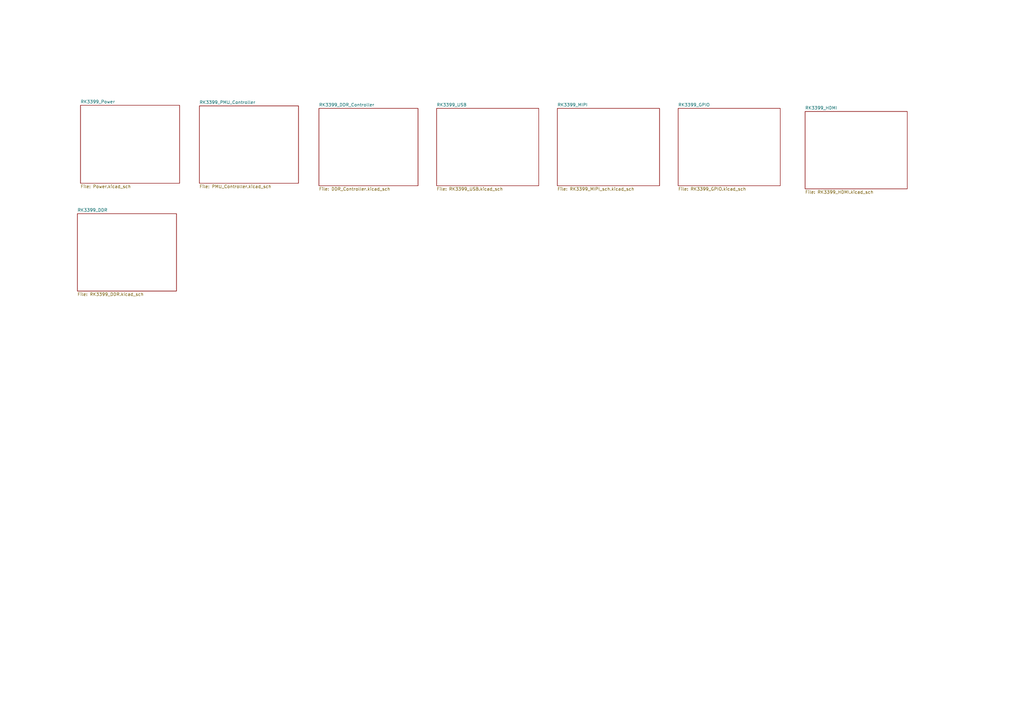
<source format=kicad_sch>
(kicad_sch (version 20220904) (generator eeschema)
  (paper "A3")
  (title_block (title "RK 3399") (comment 2 "А.Пикалов"))
  (lib_symbols)
  (sheet (at 330.2 45.72) (size 41.91 31.75) (stroke (width 0.1524))
    (property "Sheetname" "RK3399_HDMI" (at 330.2 45.0084 0) (effects (justify left bottom)))
    (property "Sheetfile" "RK3399_HDMI.kicad_sch" (at 330.2 78.0546 0) (effects (justify left top)))
  )
  (sheet (at 33.02 43.18) (size 40.64 32.004) (stroke (width 0.1524))
    (property "Sheetname" "RK3399_Power" (at 33.02 42.4684 0) (effects (justify left bottom)))
    (property "Sheetfile" "Power.kicad_sch" (at 33.02 75.7686 0) (effects (justify left top)))
  )
  (sheet (at 31.75 87.63) (size 40.64 31.75) (stroke (width 0.1524))
    (property "Sheetname" "RK3399_DDR" (at 31.75 86.9184 0) (effects (justify left bottom)))
    (property "Sheetfile" "RK3399_DDR.kicad_sch" (at 31.75 119.9646 0) (effects (justify left top)))
  )
  (sheet (at 278.13 44.45) (size 41.91 31.75) (stroke (width 0.1524))
    (property "Sheetname" "RK3399_GPIO" (at 278.13 43.7384 0) (effects (justify left bottom)))
    (property "Sheetfile" "RK3399_GPIO.kicad_sch" (at 278.13 76.7846 0) (effects (justify left top)))
  )
  (sheet (at 228.6 44.45) (size 41.91 31.75) (stroke (width 0.1524))
    (property "Sheetname" "RK3399_MIPI" (at 228.6 43.7384 0) (effects (justify left bottom)))
    (property "Sheetfile" "RK3399_MIPI_sch.kicad_sch" (at 228.6 76.7846 0) (effects (justify left top)))
  )
  (sheet (at 179.07 44.45) (size 41.91 31.75) (stroke (width 0.1524))
    (property "Sheetname" "RK3399_USB" (at 179.07 43.7384 0) (effects (justify left bottom)))
    (property "Sheetfile" "RK3399_USB.kicad_sch" (at 179.07 76.7846 0) (effects (justify left top)))
  )
  (sheet (at 130.81 44.45) (size 40.64 31.75) (stroke (width 0.1524))
    (property "Sheetname" "RK3399_DDR_Controller" (at 130.81 43.7384 0) (effects (justify left bottom)))
    (property "Sheetfile" "DDR_Controller.kicad_sch" (at 130.81 76.7846 0) (effects (justify left top)))
  )
  (sheet (at 81.788 43.434) (size 40.64 31.75) (stroke (width 0.1524))
    (property "Sheetname" "RK3399_PMU_Controller" (at 81.788 42.7224 0) (effects (justify left bottom)))
    (property "Sheetfile" "PMU_Controller.kicad_sch" (at 81.788 75.7686 0) (effects (justify left top)))
  )
)
</source>
